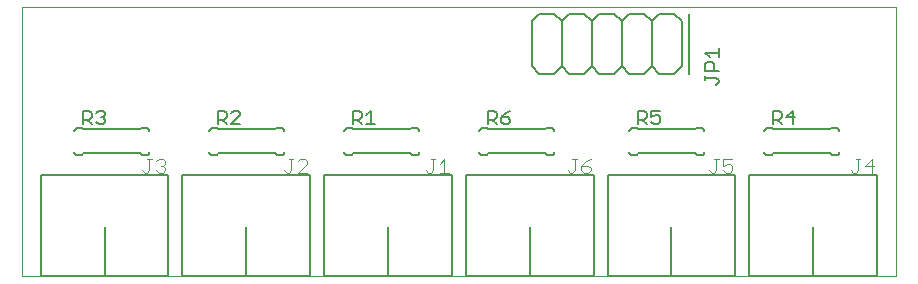
<source format=gto>
G75*
%MOIN*%
%OFA0B0*%
%FSLAX25Y25*%
%IPPOS*%
%LPD*%
%AMOC8*
5,1,8,0,0,1.08239X$1,22.5*
%
%ADD10C,0.00000*%
%ADD11C,0.00500*%
%ADD12C,0.00400*%
%ADD13C,0.00600*%
D10*
X0001000Y0001250D02*
X0001000Y0091211D01*
X0292339Y0091211D01*
X0292339Y0001250D01*
X0001000Y0001250D01*
D11*
X0007299Y0001250D02*
X0007299Y0035108D01*
X0049819Y0035108D01*
X0049819Y0001250D01*
X0028559Y0001250D01*
X0028559Y0017785D01*
X0075803Y0017785D02*
X0075803Y0001250D01*
X0054543Y0001250D01*
X0054543Y0035108D01*
X0097063Y0035108D01*
X0097063Y0001250D01*
X0075803Y0001250D01*
X0101787Y0001250D02*
X0101787Y0035108D01*
X0144307Y0035108D01*
X0144307Y0001250D01*
X0123047Y0001250D01*
X0123047Y0017785D01*
X0170291Y0017785D02*
X0170291Y0001250D01*
X0149031Y0001250D01*
X0149031Y0035108D01*
X0191551Y0035108D01*
X0191551Y0001250D01*
X0170291Y0001250D01*
X0196276Y0001250D02*
X0196276Y0035108D01*
X0238795Y0035108D01*
X0238795Y0001250D01*
X0217535Y0001250D01*
X0217535Y0017785D01*
X0264780Y0017785D02*
X0264780Y0001250D01*
X0243520Y0001250D01*
X0243520Y0035108D01*
X0286039Y0035108D01*
X0286039Y0001250D01*
X0264780Y0001250D01*
X0217535Y0001250D02*
X0196276Y0001250D01*
X0123047Y0001250D02*
X0101787Y0001250D01*
X0028559Y0001250D02*
X0007299Y0001250D01*
X0021250Y0052000D02*
X0021250Y0056504D01*
X0023502Y0056504D01*
X0024253Y0055753D01*
X0024253Y0054252D01*
X0023502Y0053501D01*
X0021250Y0053501D01*
X0022751Y0053501D02*
X0024253Y0052000D01*
X0025854Y0052751D02*
X0026605Y0052000D01*
X0028106Y0052000D01*
X0028856Y0052751D01*
X0028856Y0053501D01*
X0028106Y0054252D01*
X0027355Y0054252D01*
X0028106Y0054252D02*
X0028856Y0055003D01*
X0028856Y0055753D01*
X0028106Y0056504D01*
X0026605Y0056504D01*
X0025854Y0055753D01*
X0066250Y0056504D02*
X0066250Y0052000D01*
X0067751Y0053501D02*
X0069253Y0052000D01*
X0070854Y0052000D02*
X0073856Y0055003D01*
X0073856Y0055753D01*
X0073106Y0056504D01*
X0071605Y0056504D01*
X0070854Y0055753D01*
X0069253Y0055753D02*
X0068502Y0056504D01*
X0066250Y0056504D01*
X0069253Y0055753D02*
X0069253Y0054252D01*
X0068502Y0053501D01*
X0066250Y0053501D01*
X0070854Y0052000D02*
X0073856Y0052000D01*
X0111250Y0052000D02*
X0111250Y0056504D01*
X0113502Y0056504D01*
X0114253Y0055753D01*
X0114253Y0054252D01*
X0113502Y0053501D01*
X0111250Y0053501D01*
X0112751Y0053501D02*
X0114253Y0052000D01*
X0115854Y0052000D02*
X0118856Y0052000D01*
X0117355Y0052000D02*
X0117355Y0056504D01*
X0115854Y0055003D01*
X0156250Y0056504D02*
X0156250Y0052000D01*
X0157751Y0053501D02*
X0159253Y0052000D01*
X0160854Y0052751D02*
X0161605Y0052000D01*
X0163106Y0052000D01*
X0163856Y0052751D01*
X0163856Y0053501D01*
X0163106Y0054252D01*
X0160854Y0054252D01*
X0160854Y0052751D01*
X0160854Y0054252D02*
X0162355Y0055753D01*
X0163856Y0056504D01*
X0159253Y0055753D02*
X0159253Y0054252D01*
X0158502Y0053501D01*
X0156250Y0053501D01*
X0158502Y0056504D02*
X0159253Y0055753D01*
X0158502Y0056504D02*
X0156250Y0056504D01*
X0206250Y0056504D02*
X0206250Y0052000D01*
X0207751Y0053501D02*
X0209253Y0052000D01*
X0210854Y0052751D02*
X0211605Y0052000D01*
X0213106Y0052000D01*
X0213856Y0052751D01*
X0213856Y0054252D01*
X0213106Y0055003D01*
X0212355Y0055003D01*
X0210854Y0054252D01*
X0210854Y0056504D01*
X0213856Y0056504D01*
X0209253Y0055753D02*
X0209253Y0054252D01*
X0208502Y0053501D01*
X0206250Y0053501D01*
X0208502Y0056504D02*
X0209253Y0055753D01*
X0208502Y0056504D02*
X0206250Y0056504D01*
X0232499Y0065188D02*
X0233250Y0065939D01*
X0233250Y0066689D01*
X0232499Y0067440D01*
X0228746Y0067440D01*
X0228746Y0066689D02*
X0228746Y0068191D01*
X0223500Y0068750D02*
X0223500Y0088750D01*
X0233250Y0077399D02*
X0233250Y0074396D01*
X0230247Y0074396D02*
X0228746Y0075897D01*
X0233250Y0075897D01*
X0230998Y0072795D02*
X0231749Y0072044D01*
X0231749Y0069792D01*
X0233250Y0069792D02*
X0228746Y0069792D01*
X0228746Y0072044D01*
X0229497Y0072795D01*
X0230998Y0072795D01*
X0251250Y0056504D02*
X0253502Y0056504D01*
X0254253Y0055753D01*
X0254253Y0054252D01*
X0253502Y0053501D01*
X0251250Y0053501D01*
X0252751Y0053501D02*
X0254253Y0052000D01*
X0251250Y0052000D02*
X0251250Y0056504D01*
X0255854Y0054252D02*
X0258106Y0056504D01*
X0258106Y0052000D01*
X0258856Y0054252D02*
X0255854Y0054252D01*
D12*
X0237854Y0040424D02*
X0234785Y0040424D01*
X0234785Y0038122D01*
X0236320Y0038889D01*
X0237087Y0038889D01*
X0237854Y0038122D01*
X0237854Y0036587D01*
X0237087Y0035820D01*
X0235552Y0035820D01*
X0234785Y0036587D01*
X0232483Y0036587D02*
X0232483Y0040424D01*
X0231716Y0040424D02*
X0233250Y0040424D01*
X0232483Y0036587D02*
X0231716Y0035820D01*
X0230948Y0035820D01*
X0230181Y0036587D01*
X0190610Y0036587D02*
X0189843Y0035820D01*
X0188308Y0035820D01*
X0187541Y0036587D01*
X0187541Y0038122D01*
X0189843Y0038122D01*
X0190610Y0037355D01*
X0190610Y0036587D01*
X0185239Y0036587D02*
X0185239Y0040424D01*
X0184472Y0040424D02*
X0186006Y0040424D01*
X0187541Y0038122D02*
X0189076Y0039657D01*
X0190610Y0040424D01*
X0185239Y0036587D02*
X0184472Y0035820D01*
X0183704Y0035820D01*
X0182937Y0036587D01*
X0143366Y0035820D02*
X0140297Y0035820D01*
X0141831Y0035820D02*
X0141831Y0040424D01*
X0140297Y0038889D01*
X0138762Y0040424D02*
X0137228Y0040424D01*
X0137995Y0040424D02*
X0137995Y0036587D01*
X0137228Y0035820D01*
X0136460Y0035820D01*
X0135693Y0036587D01*
X0096122Y0035820D02*
X0093053Y0035820D01*
X0096122Y0038889D01*
X0096122Y0039657D01*
X0095355Y0040424D01*
X0093820Y0040424D01*
X0093053Y0039657D01*
X0091518Y0040424D02*
X0089983Y0040424D01*
X0090751Y0040424D02*
X0090751Y0036587D01*
X0089983Y0035820D01*
X0089216Y0035820D01*
X0088449Y0036587D01*
X0048878Y0036587D02*
X0048111Y0035820D01*
X0046576Y0035820D01*
X0045809Y0036587D01*
X0043507Y0036587D02*
X0042739Y0035820D01*
X0041972Y0035820D01*
X0041205Y0036587D01*
X0043507Y0036587D02*
X0043507Y0040424D01*
X0044274Y0040424D02*
X0042739Y0040424D01*
X0045809Y0039657D02*
X0046576Y0040424D01*
X0048111Y0040424D01*
X0048878Y0039657D01*
X0048878Y0038889D01*
X0048111Y0038122D01*
X0048878Y0037355D01*
X0048878Y0036587D01*
X0048111Y0038122D02*
X0047343Y0038122D01*
X0277425Y0036587D02*
X0278193Y0035820D01*
X0278960Y0035820D01*
X0279727Y0036587D01*
X0279727Y0040424D01*
X0278960Y0040424D02*
X0280494Y0040424D01*
X0282029Y0038122D02*
X0284331Y0040424D01*
X0284331Y0035820D01*
X0285098Y0038122D02*
X0282029Y0038122D01*
D13*
X0272500Y0041750D02*
X0271000Y0041750D01*
X0270500Y0042250D01*
X0251500Y0042250D01*
X0251000Y0041750D01*
X0249500Y0041750D01*
X0249440Y0041752D01*
X0249379Y0041757D01*
X0249320Y0041766D01*
X0249261Y0041779D01*
X0249202Y0041795D01*
X0249145Y0041815D01*
X0249090Y0041838D01*
X0249035Y0041865D01*
X0248983Y0041894D01*
X0248932Y0041927D01*
X0248883Y0041963D01*
X0248837Y0042001D01*
X0248793Y0042043D01*
X0248751Y0042087D01*
X0248713Y0042133D01*
X0248677Y0042182D01*
X0248644Y0042233D01*
X0248615Y0042285D01*
X0248588Y0042340D01*
X0248565Y0042395D01*
X0248545Y0042452D01*
X0248529Y0042511D01*
X0248516Y0042570D01*
X0248507Y0042629D01*
X0248502Y0042690D01*
X0248500Y0042750D01*
X0248500Y0049750D02*
X0248502Y0049810D01*
X0248507Y0049871D01*
X0248516Y0049930D01*
X0248529Y0049989D01*
X0248545Y0050048D01*
X0248565Y0050105D01*
X0248588Y0050160D01*
X0248615Y0050215D01*
X0248644Y0050267D01*
X0248677Y0050318D01*
X0248713Y0050367D01*
X0248751Y0050413D01*
X0248793Y0050457D01*
X0248837Y0050499D01*
X0248883Y0050537D01*
X0248932Y0050573D01*
X0248983Y0050606D01*
X0249035Y0050635D01*
X0249090Y0050662D01*
X0249145Y0050685D01*
X0249202Y0050705D01*
X0249261Y0050721D01*
X0249320Y0050734D01*
X0249379Y0050743D01*
X0249440Y0050748D01*
X0249500Y0050750D01*
X0251000Y0050750D01*
X0251500Y0050250D01*
X0270500Y0050250D01*
X0271000Y0050750D01*
X0272500Y0050750D01*
X0272560Y0050748D01*
X0272621Y0050743D01*
X0272680Y0050734D01*
X0272739Y0050721D01*
X0272798Y0050705D01*
X0272855Y0050685D01*
X0272910Y0050662D01*
X0272965Y0050635D01*
X0273017Y0050606D01*
X0273068Y0050573D01*
X0273117Y0050537D01*
X0273163Y0050499D01*
X0273207Y0050457D01*
X0273249Y0050413D01*
X0273287Y0050367D01*
X0273323Y0050318D01*
X0273356Y0050267D01*
X0273385Y0050215D01*
X0273412Y0050160D01*
X0273435Y0050105D01*
X0273455Y0050048D01*
X0273471Y0049989D01*
X0273484Y0049930D01*
X0273493Y0049871D01*
X0273498Y0049810D01*
X0273500Y0049750D01*
X0273500Y0042750D02*
X0273498Y0042690D01*
X0273493Y0042629D01*
X0273484Y0042570D01*
X0273471Y0042511D01*
X0273455Y0042452D01*
X0273435Y0042395D01*
X0273412Y0042340D01*
X0273385Y0042285D01*
X0273356Y0042233D01*
X0273323Y0042182D01*
X0273287Y0042133D01*
X0273249Y0042087D01*
X0273207Y0042043D01*
X0273163Y0042001D01*
X0273117Y0041963D01*
X0273068Y0041927D01*
X0273017Y0041894D01*
X0272965Y0041865D01*
X0272910Y0041838D01*
X0272855Y0041815D01*
X0272798Y0041795D01*
X0272739Y0041779D01*
X0272680Y0041766D01*
X0272621Y0041757D01*
X0272560Y0041752D01*
X0272500Y0041750D01*
X0227500Y0041750D02*
X0226000Y0041750D01*
X0225500Y0042250D01*
X0206500Y0042250D01*
X0206000Y0041750D01*
X0204500Y0041750D01*
X0204440Y0041752D01*
X0204379Y0041757D01*
X0204320Y0041766D01*
X0204261Y0041779D01*
X0204202Y0041795D01*
X0204145Y0041815D01*
X0204090Y0041838D01*
X0204035Y0041865D01*
X0203983Y0041894D01*
X0203932Y0041927D01*
X0203883Y0041963D01*
X0203837Y0042001D01*
X0203793Y0042043D01*
X0203751Y0042087D01*
X0203713Y0042133D01*
X0203677Y0042182D01*
X0203644Y0042233D01*
X0203615Y0042285D01*
X0203588Y0042340D01*
X0203565Y0042395D01*
X0203545Y0042452D01*
X0203529Y0042511D01*
X0203516Y0042570D01*
X0203507Y0042629D01*
X0203502Y0042690D01*
X0203500Y0042750D01*
X0203500Y0049750D02*
X0203502Y0049810D01*
X0203507Y0049871D01*
X0203516Y0049930D01*
X0203529Y0049989D01*
X0203545Y0050048D01*
X0203565Y0050105D01*
X0203588Y0050160D01*
X0203615Y0050215D01*
X0203644Y0050267D01*
X0203677Y0050318D01*
X0203713Y0050367D01*
X0203751Y0050413D01*
X0203793Y0050457D01*
X0203837Y0050499D01*
X0203883Y0050537D01*
X0203932Y0050573D01*
X0203983Y0050606D01*
X0204035Y0050635D01*
X0204090Y0050662D01*
X0204145Y0050685D01*
X0204202Y0050705D01*
X0204261Y0050721D01*
X0204320Y0050734D01*
X0204379Y0050743D01*
X0204440Y0050748D01*
X0204500Y0050750D01*
X0206000Y0050750D01*
X0206500Y0050250D01*
X0225500Y0050250D01*
X0226000Y0050750D01*
X0227500Y0050750D01*
X0227560Y0050748D01*
X0227621Y0050743D01*
X0227680Y0050734D01*
X0227739Y0050721D01*
X0227798Y0050705D01*
X0227855Y0050685D01*
X0227910Y0050662D01*
X0227965Y0050635D01*
X0228017Y0050606D01*
X0228068Y0050573D01*
X0228117Y0050537D01*
X0228163Y0050499D01*
X0228207Y0050457D01*
X0228249Y0050413D01*
X0228287Y0050367D01*
X0228323Y0050318D01*
X0228356Y0050267D01*
X0228385Y0050215D01*
X0228412Y0050160D01*
X0228435Y0050105D01*
X0228455Y0050048D01*
X0228471Y0049989D01*
X0228484Y0049930D01*
X0228493Y0049871D01*
X0228498Y0049810D01*
X0228500Y0049750D01*
X0228500Y0042750D02*
X0228498Y0042690D01*
X0228493Y0042629D01*
X0228484Y0042570D01*
X0228471Y0042511D01*
X0228455Y0042452D01*
X0228435Y0042395D01*
X0228412Y0042340D01*
X0228385Y0042285D01*
X0228356Y0042233D01*
X0228323Y0042182D01*
X0228287Y0042133D01*
X0228249Y0042087D01*
X0228207Y0042043D01*
X0228163Y0042001D01*
X0228117Y0041963D01*
X0228068Y0041927D01*
X0228017Y0041894D01*
X0227965Y0041865D01*
X0227910Y0041838D01*
X0227855Y0041815D01*
X0227798Y0041795D01*
X0227739Y0041779D01*
X0227680Y0041766D01*
X0227621Y0041757D01*
X0227560Y0041752D01*
X0227500Y0041750D01*
X0177500Y0041750D02*
X0176000Y0041750D01*
X0175500Y0042250D01*
X0156500Y0042250D01*
X0156000Y0041750D01*
X0154500Y0041750D01*
X0154440Y0041752D01*
X0154379Y0041757D01*
X0154320Y0041766D01*
X0154261Y0041779D01*
X0154202Y0041795D01*
X0154145Y0041815D01*
X0154090Y0041838D01*
X0154035Y0041865D01*
X0153983Y0041894D01*
X0153932Y0041927D01*
X0153883Y0041963D01*
X0153837Y0042001D01*
X0153793Y0042043D01*
X0153751Y0042087D01*
X0153713Y0042133D01*
X0153677Y0042182D01*
X0153644Y0042233D01*
X0153615Y0042285D01*
X0153588Y0042340D01*
X0153565Y0042395D01*
X0153545Y0042452D01*
X0153529Y0042511D01*
X0153516Y0042570D01*
X0153507Y0042629D01*
X0153502Y0042690D01*
X0153500Y0042750D01*
X0153500Y0049750D02*
X0153502Y0049810D01*
X0153507Y0049871D01*
X0153516Y0049930D01*
X0153529Y0049989D01*
X0153545Y0050048D01*
X0153565Y0050105D01*
X0153588Y0050160D01*
X0153615Y0050215D01*
X0153644Y0050267D01*
X0153677Y0050318D01*
X0153713Y0050367D01*
X0153751Y0050413D01*
X0153793Y0050457D01*
X0153837Y0050499D01*
X0153883Y0050537D01*
X0153932Y0050573D01*
X0153983Y0050606D01*
X0154035Y0050635D01*
X0154090Y0050662D01*
X0154145Y0050685D01*
X0154202Y0050705D01*
X0154261Y0050721D01*
X0154320Y0050734D01*
X0154379Y0050743D01*
X0154440Y0050748D01*
X0154500Y0050750D01*
X0156000Y0050750D01*
X0156500Y0050250D01*
X0175500Y0050250D01*
X0176000Y0050750D01*
X0177500Y0050750D01*
X0177560Y0050748D01*
X0177621Y0050743D01*
X0177680Y0050734D01*
X0177739Y0050721D01*
X0177798Y0050705D01*
X0177855Y0050685D01*
X0177910Y0050662D01*
X0177965Y0050635D01*
X0178017Y0050606D01*
X0178068Y0050573D01*
X0178117Y0050537D01*
X0178163Y0050499D01*
X0178207Y0050457D01*
X0178249Y0050413D01*
X0178287Y0050367D01*
X0178323Y0050318D01*
X0178356Y0050267D01*
X0178385Y0050215D01*
X0178412Y0050160D01*
X0178435Y0050105D01*
X0178455Y0050048D01*
X0178471Y0049989D01*
X0178484Y0049930D01*
X0178493Y0049871D01*
X0178498Y0049810D01*
X0178500Y0049750D01*
X0178500Y0042750D02*
X0178498Y0042690D01*
X0178493Y0042629D01*
X0178484Y0042570D01*
X0178471Y0042511D01*
X0178455Y0042452D01*
X0178435Y0042395D01*
X0178412Y0042340D01*
X0178385Y0042285D01*
X0178356Y0042233D01*
X0178323Y0042182D01*
X0178287Y0042133D01*
X0178249Y0042087D01*
X0178207Y0042043D01*
X0178163Y0042001D01*
X0178117Y0041963D01*
X0178068Y0041927D01*
X0178017Y0041894D01*
X0177965Y0041865D01*
X0177910Y0041838D01*
X0177855Y0041815D01*
X0177798Y0041795D01*
X0177739Y0041779D01*
X0177680Y0041766D01*
X0177621Y0041757D01*
X0177560Y0041752D01*
X0177500Y0041750D01*
X0132500Y0041750D02*
X0131000Y0041750D01*
X0130500Y0042250D01*
X0111500Y0042250D01*
X0111000Y0041750D01*
X0109500Y0041750D01*
X0109440Y0041752D01*
X0109379Y0041757D01*
X0109320Y0041766D01*
X0109261Y0041779D01*
X0109202Y0041795D01*
X0109145Y0041815D01*
X0109090Y0041838D01*
X0109035Y0041865D01*
X0108983Y0041894D01*
X0108932Y0041927D01*
X0108883Y0041963D01*
X0108837Y0042001D01*
X0108793Y0042043D01*
X0108751Y0042087D01*
X0108713Y0042133D01*
X0108677Y0042182D01*
X0108644Y0042233D01*
X0108615Y0042285D01*
X0108588Y0042340D01*
X0108565Y0042395D01*
X0108545Y0042452D01*
X0108529Y0042511D01*
X0108516Y0042570D01*
X0108507Y0042629D01*
X0108502Y0042690D01*
X0108500Y0042750D01*
X0108500Y0049750D02*
X0108502Y0049810D01*
X0108507Y0049871D01*
X0108516Y0049930D01*
X0108529Y0049989D01*
X0108545Y0050048D01*
X0108565Y0050105D01*
X0108588Y0050160D01*
X0108615Y0050215D01*
X0108644Y0050267D01*
X0108677Y0050318D01*
X0108713Y0050367D01*
X0108751Y0050413D01*
X0108793Y0050457D01*
X0108837Y0050499D01*
X0108883Y0050537D01*
X0108932Y0050573D01*
X0108983Y0050606D01*
X0109035Y0050635D01*
X0109090Y0050662D01*
X0109145Y0050685D01*
X0109202Y0050705D01*
X0109261Y0050721D01*
X0109320Y0050734D01*
X0109379Y0050743D01*
X0109440Y0050748D01*
X0109500Y0050750D01*
X0111000Y0050750D01*
X0111500Y0050250D01*
X0130500Y0050250D01*
X0131000Y0050750D01*
X0132500Y0050750D01*
X0132560Y0050748D01*
X0132621Y0050743D01*
X0132680Y0050734D01*
X0132739Y0050721D01*
X0132798Y0050705D01*
X0132855Y0050685D01*
X0132910Y0050662D01*
X0132965Y0050635D01*
X0133017Y0050606D01*
X0133068Y0050573D01*
X0133117Y0050537D01*
X0133163Y0050499D01*
X0133207Y0050457D01*
X0133249Y0050413D01*
X0133287Y0050367D01*
X0133323Y0050318D01*
X0133356Y0050267D01*
X0133385Y0050215D01*
X0133412Y0050160D01*
X0133435Y0050105D01*
X0133455Y0050048D01*
X0133471Y0049989D01*
X0133484Y0049930D01*
X0133493Y0049871D01*
X0133498Y0049810D01*
X0133500Y0049750D01*
X0133500Y0042750D02*
X0133498Y0042690D01*
X0133493Y0042629D01*
X0133484Y0042570D01*
X0133471Y0042511D01*
X0133455Y0042452D01*
X0133435Y0042395D01*
X0133412Y0042340D01*
X0133385Y0042285D01*
X0133356Y0042233D01*
X0133323Y0042182D01*
X0133287Y0042133D01*
X0133249Y0042087D01*
X0133207Y0042043D01*
X0133163Y0042001D01*
X0133117Y0041963D01*
X0133068Y0041927D01*
X0133017Y0041894D01*
X0132965Y0041865D01*
X0132910Y0041838D01*
X0132855Y0041815D01*
X0132798Y0041795D01*
X0132739Y0041779D01*
X0132680Y0041766D01*
X0132621Y0041757D01*
X0132560Y0041752D01*
X0132500Y0041750D01*
X0087500Y0041750D02*
X0086000Y0041750D01*
X0085500Y0042250D01*
X0066500Y0042250D01*
X0066000Y0041750D01*
X0064500Y0041750D01*
X0064440Y0041752D01*
X0064379Y0041757D01*
X0064320Y0041766D01*
X0064261Y0041779D01*
X0064202Y0041795D01*
X0064145Y0041815D01*
X0064090Y0041838D01*
X0064035Y0041865D01*
X0063983Y0041894D01*
X0063932Y0041927D01*
X0063883Y0041963D01*
X0063837Y0042001D01*
X0063793Y0042043D01*
X0063751Y0042087D01*
X0063713Y0042133D01*
X0063677Y0042182D01*
X0063644Y0042233D01*
X0063615Y0042285D01*
X0063588Y0042340D01*
X0063565Y0042395D01*
X0063545Y0042452D01*
X0063529Y0042511D01*
X0063516Y0042570D01*
X0063507Y0042629D01*
X0063502Y0042690D01*
X0063500Y0042750D01*
X0063500Y0049750D02*
X0063502Y0049810D01*
X0063507Y0049871D01*
X0063516Y0049930D01*
X0063529Y0049989D01*
X0063545Y0050048D01*
X0063565Y0050105D01*
X0063588Y0050160D01*
X0063615Y0050215D01*
X0063644Y0050267D01*
X0063677Y0050318D01*
X0063713Y0050367D01*
X0063751Y0050413D01*
X0063793Y0050457D01*
X0063837Y0050499D01*
X0063883Y0050537D01*
X0063932Y0050573D01*
X0063983Y0050606D01*
X0064035Y0050635D01*
X0064090Y0050662D01*
X0064145Y0050685D01*
X0064202Y0050705D01*
X0064261Y0050721D01*
X0064320Y0050734D01*
X0064379Y0050743D01*
X0064440Y0050748D01*
X0064500Y0050750D01*
X0066000Y0050750D01*
X0066500Y0050250D01*
X0085500Y0050250D01*
X0086000Y0050750D01*
X0087500Y0050750D01*
X0087560Y0050748D01*
X0087621Y0050743D01*
X0087680Y0050734D01*
X0087739Y0050721D01*
X0087798Y0050705D01*
X0087855Y0050685D01*
X0087910Y0050662D01*
X0087965Y0050635D01*
X0088017Y0050606D01*
X0088068Y0050573D01*
X0088117Y0050537D01*
X0088163Y0050499D01*
X0088207Y0050457D01*
X0088249Y0050413D01*
X0088287Y0050367D01*
X0088323Y0050318D01*
X0088356Y0050267D01*
X0088385Y0050215D01*
X0088412Y0050160D01*
X0088435Y0050105D01*
X0088455Y0050048D01*
X0088471Y0049989D01*
X0088484Y0049930D01*
X0088493Y0049871D01*
X0088498Y0049810D01*
X0088500Y0049750D01*
X0088500Y0042750D02*
X0088498Y0042690D01*
X0088493Y0042629D01*
X0088484Y0042570D01*
X0088471Y0042511D01*
X0088455Y0042452D01*
X0088435Y0042395D01*
X0088412Y0042340D01*
X0088385Y0042285D01*
X0088356Y0042233D01*
X0088323Y0042182D01*
X0088287Y0042133D01*
X0088249Y0042087D01*
X0088207Y0042043D01*
X0088163Y0042001D01*
X0088117Y0041963D01*
X0088068Y0041927D01*
X0088017Y0041894D01*
X0087965Y0041865D01*
X0087910Y0041838D01*
X0087855Y0041815D01*
X0087798Y0041795D01*
X0087739Y0041779D01*
X0087680Y0041766D01*
X0087621Y0041757D01*
X0087560Y0041752D01*
X0087500Y0041750D01*
X0042500Y0041750D02*
X0041000Y0041750D01*
X0040500Y0042250D01*
X0021500Y0042250D01*
X0021000Y0041750D01*
X0019500Y0041750D01*
X0019440Y0041752D01*
X0019379Y0041757D01*
X0019320Y0041766D01*
X0019261Y0041779D01*
X0019202Y0041795D01*
X0019145Y0041815D01*
X0019090Y0041838D01*
X0019035Y0041865D01*
X0018983Y0041894D01*
X0018932Y0041927D01*
X0018883Y0041963D01*
X0018837Y0042001D01*
X0018793Y0042043D01*
X0018751Y0042087D01*
X0018713Y0042133D01*
X0018677Y0042182D01*
X0018644Y0042233D01*
X0018615Y0042285D01*
X0018588Y0042340D01*
X0018565Y0042395D01*
X0018545Y0042452D01*
X0018529Y0042511D01*
X0018516Y0042570D01*
X0018507Y0042629D01*
X0018502Y0042690D01*
X0018500Y0042750D01*
X0018500Y0049750D02*
X0018502Y0049810D01*
X0018507Y0049871D01*
X0018516Y0049930D01*
X0018529Y0049989D01*
X0018545Y0050048D01*
X0018565Y0050105D01*
X0018588Y0050160D01*
X0018615Y0050215D01*
X0018644Y0050267D01*
X0018677Y0050318D01*
X0018713Y0050367D01*
X0018751Y0050413D01*
X0018793Y0050457D01*
X0018837Y0050499D01*
X0018883Y0050537D01*
X0018932Y0050573D01*
X0018983Y0050606D01*
X0019035Y0050635D01*
X0019090Y0050662D01*
X0019145Y0050685D01*
X0019202Y0050705D01*
X0019261Y0050721D01*
X0019320Y0050734D01*
X0019379Y0050743D01*
X0019440Y0050748D01*
X0019500Y0050750D01*
X0021000Y0050750D01*
X0021500Y0050250D01*
X0040500Y0050250D01*
X0041000Y0050750D01*
X0042500Y0050750D01*
X0042560Y0050748D01*
X0042621Y0050743D01*
X0042680Y0050734D01*
X0042739Y0050721D01*
X0042798Y0050705D01*
X0042855Y0050685D01*
X0042910Y0050662D01*
X0042965Y0050635D01*
X0043017Y0050606D01*
X0043068Y0050573D01*
X0043117Y0050537D01*
X0043163Y0050499D01*
X0043207Y0050457D01*
X0043249Y0050413D01*
X0043287Y0050367D01*
X0043323Y0050318D01*
X0043356Y0050267D01*
X0043385Y0050215D01*
X0043412Y0050160D01*
X0043435Y0050105D01*
X0043455Y0050048D01*
X0043471Y0049989D01*
X0043484Y0049930D01*
X0043493Y0049871D01*
X0043498Y0049810D01*
X0043500Y0049750D01*
X0043500Y0042750D02*
X0043498Y0042690D01*
X0043493Y0042629D01*
X0043484Y0042570D01*
X0043471Y0042511D01*
X0043455Y0042452D01*
X0043435Y0042395D01*
X0043412Y0042340D01*
X0043385Y0042285D01*
X0043356Y0042233D01*
X0043323Y0042182D01*
X0043287Y0042133D01*
X0043249Y0042087D01*
X0043207Y0042043D01*
X0043163Y0042001D01*
X0043117Y0041963D01*
X0043068Y0041927D01*
X0043017Y0041894D01*
X0042965Y0041865D01*
X0042910Y0041838D01*
X0042855Y0041815D01*
X0042798Y0041795D01*
X0042739Y0041779D01*
X0042680Y0041766D01*
X0042621Y0041757D01*
X0042560Y0041752D01*
X0042500Y0041750D01*
X0171000Y0071250D02*
X0171000Y0086250D01*
X0173500Y0088750D01*
X0178500Y0088750D01*
X0181000Y0086250D01*
X0181000Y0071250D01*
X0178500Y0068750D01*
X0173500Y0068750D01*
X0171000Y0071250D01*
X0181000Y0071250D02*
X0183500Y0068750D01*
X0188500Y0068750D01*
X0191000Y0071250D01*
X0191000Y0086250D01*
X0188500Y0088750D01*
X0183500Y0088750D01*
X0181000Y0086250D01*
X0191000Y0086250D02*
X0193500Y0088750D01*
X0198500Y0088750D01*
X0201000Y0086250D01*
X0201000Y0071250D01*
X0198500Y0068750D01*
X0193500Y0068750D01*
X0191000Y0071250D01*
X0201000Y0071250D02*
X0203500Y0068750D01*
X0208500Y0068750D01*
X0211000Y0071250D01*
X0211000Y0086250D01*
X0208500Y0088750D01*
X0203500Y0088750D01*
X0201000Y0086250D01*
X0211000Y0086250D02*
X0213500Y0088750D01*
X0218500Y0088750D01*
X0221000Y0086250D01*
X0221000Y0071250D01*
X0218500Y0068750D01*
X0213500Y0068750D01*
X0211000Y0071250D01*
M02*

</source>
